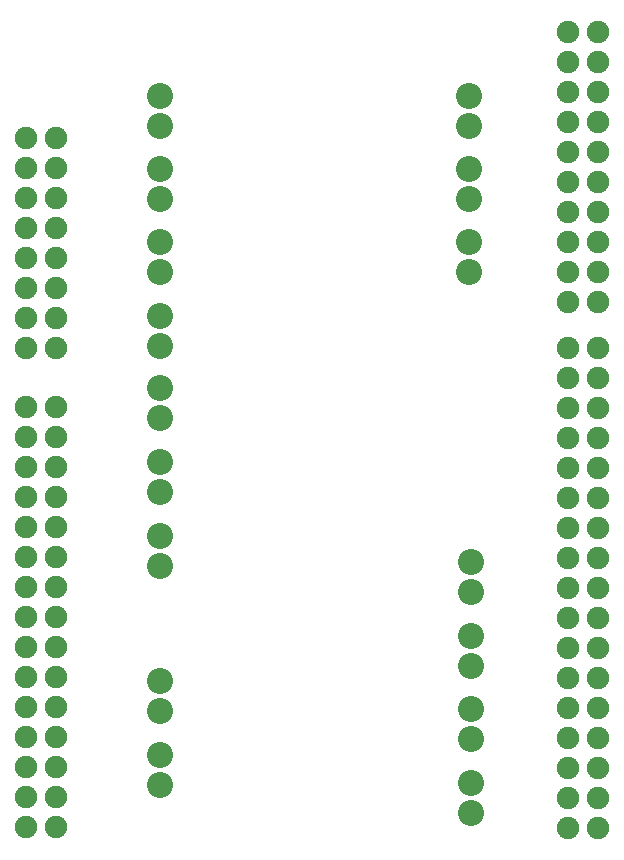
<source format=gbs>
G04 Layer_Color=16711935*
%FSLAX44Y44*%
%MOMM*%
G71*
G01*
G75*
%ADD15C,1.9032*%
%ADD16C,2.2032*%
D15*
X849000Y829000D02*
D03*
X874400D02*
D03*
X849000Y803600D02*
D03*
X874400D02*
D03*
X849000Y778200D02*
D03*
X874400D02*
D03*
X849000Y752800D02*
D03*
X874400D02*
D03*
X849000Y727400D02*
D03*
X874400D02*
D03*
X849000Y702000D02*
D03*
X874400D02*
D03*
X849000Y676600D02*
D03*
X874400D02*
D03*
X849000Y651200D02*
D03*
X874400D02*
D03*
X849000Y625800D02*
D03*
X874400D02*
D03*
X849000Y600400D02*
D03*
X874400D02*
D03*
X849000Y575000D02*
D03*
X874400D02*
D03*
X849000Y549600D02*
D03*
X874400D02*
D03*
X849000Y524200D02*
D03*
X874400D02*
D03*
X849000Y498800D02*
D03*
X874400D02*
D03*
X849000Y473400D02*
D03*
X874400D02*
D03*
Y879200D02*
D03*
X849000D02*
D03*
X874400Y904600D02*
D03*
X849000D02*
D03*
X874400Y930000D02*
D03*
X849000D02*
D03*
X874400Y955400D02*
D03*
X849000D02*
D03*
X874400Y980800D02*
D03*
X849000D02*
D03*
X874400Y1006200D02*
D03*
X849000D02*
D03*
X874400Y1031600D02*
D03*
X849000D02*
D03*
X874400Y1057000D02*
D03*
X849000D02*
D03*
X1333400Y472600D02*
D03*
X1308000D02*
D03*
X1333400Y498000D02*
D03*
X1308000D02*
D03*
X1333400Y523400D02*
D03*
X1308000D02*
D03*
X1333400Y548800D02*
D03*
X1308000D02*
D03*
X1333400Y574200D02*
D03*
X1308000D02*
D03*
X1333400Y599600D02*
D03*
X1308000D02*
D03*
X1333400Y625000D02*
D03*
X1308000D02*
D03*
X1333400Y650400D02*
D03*
X1308000D02*
D03*
X1333400Y675800D02*
D03*
X1308000D02*
D03*
X1333400Y701200D02*
D03*
X1308000D02*
D03*
X1333400Y726600D02*
D03*
X1308000D02*
D03*
X1333400Y752000D02*
D03*
X1308000D02*
D03*
X1333400Y777400D02*
D03*
X1308000D02*
D03*
X1333400Y802800D02*
D03*
X1308000D02*
D03*
X1333400Y828200D02*
D03*
X1308000D02*
D03*
X1333400Y853600D02*
D03*
X1308000D02*
D03*
X1333400Y879000D02*
D03*
X1308000D02*
D03*
X1333400Y918400D02*
D03*
X1308000D02*
D03*
X1333400Y943800D02*
D03*
X1308000D02*
D03*
X1333400Y969200D02*
D03*
X1308000D02*
D03*
X1333400Y994600D02*
D03*
X1308000D02*
D03*
X1333400Y1020000D02*
D03*
X1308000D02*
D03*
X1333400Y1045400D02*
D03*
X1308000D02*
D03*
X1333400Y1070800D02*
D03*
X1308000D02*
D03*
X1333400Y1096200D02*
D03*
X1308000D02*
D03*
X1333400Y1121600D02*
D03*
X1308000D02*
D03*
X1333400Y1147000D02*
D03*
X1308000D02*
D03*
D16*
X962000Y1067600D02*
D03*
Y1093000D02*
D03*
Y943600D02*
D03*
Y969000D02*
D03*
X1224000Y1005600D02*
D03*
Y1031000D02*
D03*
Y1092400D02*
D03*
Y1067000D02*
D03*
X962000Y819600D02*
D03*
Y845000D02*
D03*
Y906400D02*
D03*
Y881000D02*
D03*
X962000Y720400D02*
D03*
Y695000D02*
D03*
X1226000Y485600D02*
D03*
Y511000D02*
D03*
X962000Y571600D02*
D03*
Y597000D02*
D03*
Y509600D02*
D03*
Y535000D02*
D03*
X1226000Y635400D02*
D03*
Y610000D02*
D03*
X962000Y757600D02*
D03*
Y783000D02*
D03*
X1224000Y943600D02*
D03*
Y969000D02*
D03*
X1226000Y672600D02*
D03*
Y698000D02*
D03*
Y573400D02*
D03*
Y548000D02*
D03*
X962000Y1030400D02*
D03*
Y1005000D02*
D03*
M02*

</source>
